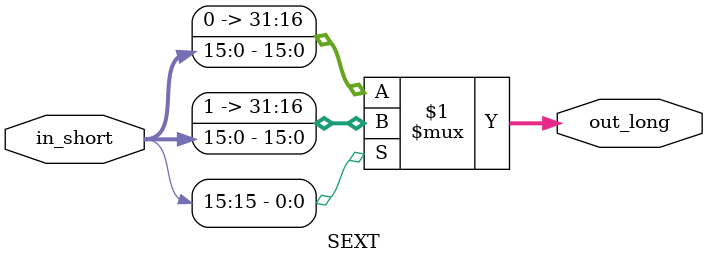
<source format=v>
`timescale 1ns / 1ps
module SEXT(out_long, in_short);
	
	output 	[31:0] 		out_long;
	input	[15:0]		in_short;
	
	parameter	ONES = 16'hFFFF, ZEROS = 16'h0000;
	
	assign	out_long = in_short[15] ? {ONES,in_short} : {ZEROS,in_short};

endmodule

</source>
